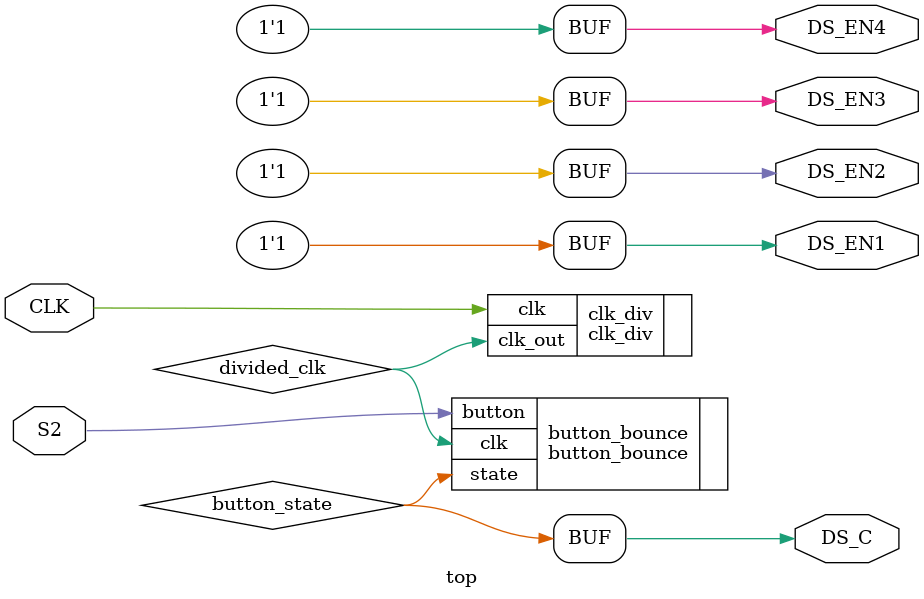
<source format=v>
module top(
    input CLK,
	 input S2,

    output DS_C,
	 output DS_EN1, DS_EN2, DS_EN3, DS_EN4
);

assign {DS_EN1, DS_EN2, DS_EN3, DS_EN4} = 4'b1111;

clk_div #(.x(6)) clk_div(.clk(CLK), .clk_out(divided_clk));

button_bounce button_bounce(.clk(divided_clk), .button(S2), .state(button_state));

assign DS_C = button_state;

endmodule




</source>
